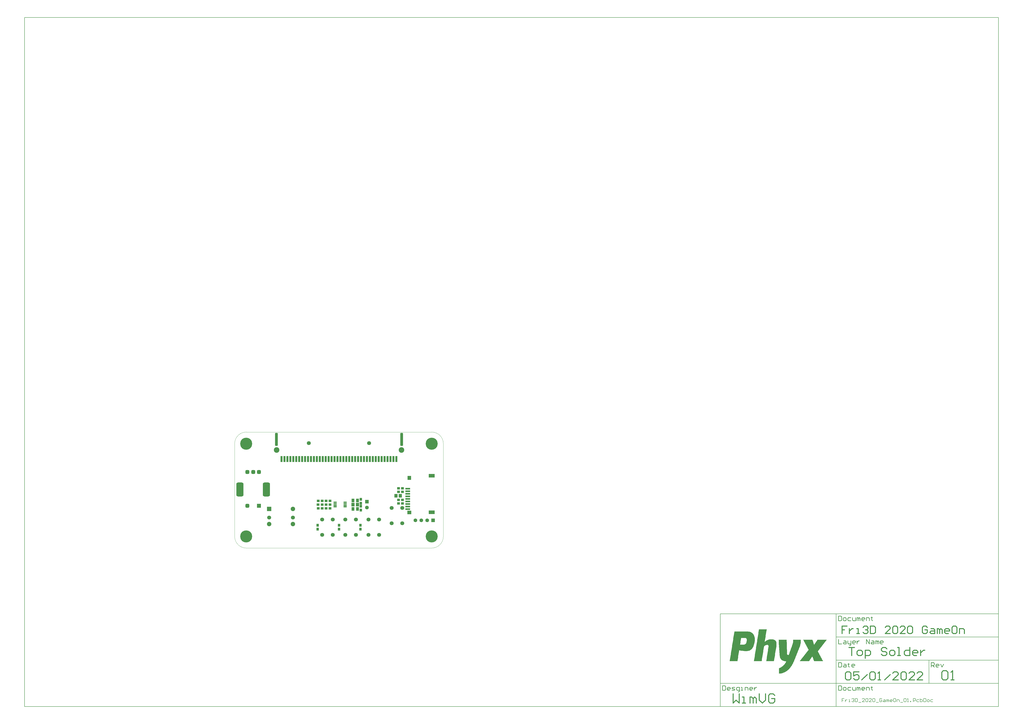
<source format=gts>
G04*
G04 #@! TF.GenerationSoftware,Altium Limited,Altium Designer,22.0.2 (36)*
G04*
G04 Layer_Color=8388736*
%FSLAX25Y25*%
%MOIN*%
G70*
G04*
G04 #@! TF.SameCoordinates,97D47E50-BCFC-400F-BBD2-71598373C37A*
G04*
G04*
G04 #@! TF.FilePolarity,Negative*
G04*
G01*
G75*
%ADD12C,0.00787*%
%ADD14C,0.01575*%
%ADD15C,0.00394*%
%ADD16C,0.00984*%
%ADD21R,0.05512X0.06299*%
%ADD26R,0.04724X0.04331*%
%ADD27R,0.04331X0.04724*%
%ADD28R,0.03543X0.10236*%
%ADD29R,0.08268X0.03150*%
%ADD30R,0.05906X0.06693*%
%ADD31R,0.06693X0.05906*%
%ADD32R,0.09843X0.05906*%
%ADD33R,0.05709X0.01968*%
%ADD34R,0.05118X0.06299*%
%ADD35C,0.06299*%
%ADD36R,0.06299X0.06299*%
G04:AMPARAMS|DCode=37|XSize=47.24mil|YSize=220.47mil|CornerRadius=12.8mil|HoleSize=0mil|Usage=FLASHONLY|Rotation=0.000|XOffset=0mil|YOffset=0mil|HoleType=Round|Shape=RoundedRectangle|*
%AMROUNDEDRECTD37*
21,1,0.04724,0.19488,0,0,0.0*
21,1,0.02165,0.22047,0,0,0.0*
1,1,0.02559,0.01083,-0.09744*
1,1,0.02559,-0.01083,-0.09744*
1,1,0.02559,-0.01083,0.09744*
1,1,0.02559,0.01083,0.09744*
%
%ADD37ROUNDEDRECTD37*%
%ADD38C,0.06693*%
%ADD39C,0.09449*%
G04:AMPARAMS|DCode=40|XSize=122.05mil|YSize=240.16mil|CornerRadius=31.5mil|HoleSize=0mil|Usage=FLASHONLY|Rotation=0.000|XOffset=0mil|YOffset=0mil|HoleType=Round|Shape=RoundedRectangle|*
%AMROUNDEDRECTD40*
21,1,0.12205,0.17717,0,0,0.0*
21,1,0.05906,0.24016,0,0,0.0*
1,1,0.06299,0.02953,-0.08858*
1,1,0.06299,-0.02953,-0.08858*
1,1,0.06299,-0.02953,0.08858*
1,1,0.06299,0.02953,0.08858*
%
%ADD40ROUNDEDRECTD40*%
G04:AMPARAMS|DCode=41|XSize=66.93mil|YSize=66.93mil|CornerRadius=17.72mil|HoleSize=0mil|Usage=FLASHONLY|Rotation=0.000|XOffset=0mil|YOffset=0mil|HoleType=Round|Shape=RoundedRectangle|*
%AMROUNDEDRECTD41*
21,1,0.06693,0.03150,0,0,0.0*
21,1,0.03150,0.06693,0,0,0.0*
1,1,0.03543,0.01575,-0.01575*
1,1,0.03543,-0.01575,-0.01575*
1,1,0.03543,-0.01575,0.01575*
1,1,0.03543,0.01575,0.01575*
%
%ADD41ROUNDEDRECTD41*%
%ADD42R,0.06693X0.06693*%
%ADD43C,0.00394*%
%ADD44R,0.06299X0.06299*%
%ADD45C,0.20473*%
%ADD46C,0.07480*%
%ADD47R,0.07480X0.07480*%
G36*
X872201Y-141778D02*
X873919D01*
Y-142065D01*
X874778D01*
Y-142351D01*
X875637D01*
Y-142637D01*
X876496D01*
Y-142924D01*
X877069D01*
Y-143210D01*
X877355D01*
Y-143496D01*
X877928D01*
Y-143783D01*
X878214D01*
Y-144069D01*
X878786D01*
Y-144355D01*
X879073D01*
Y-144641D01*
X879359D01*
Y-144928D01*
X879646D01*
Y-145214D01*
X879932D01*
Y-145501D01*
X880218D01*
Y-145787D01*
X880504D01*
Y-146073D01*
Y-146359D01*
X880791D01*
Y-146646D01*
X881077D01*
Y-146932D01*
Y-147218D01*
X881363D01*
Y-147505D01*
X881650D01*
Y-147791D01*
Y-148077D01*
X881936D01*
Y-148364D01*
Y-148650D01*
Y-148936D01*
X882222D01*
Y-149223D01*
Y-149509D01*
Y-149795D01*
X882509D01*
Y-150082D01*
Y-150368D01*
Y-150654D01*
Y-150940D01*
X882795D01*
Y-151227D01*
Y-151513D01*
Y-151799D01*
Y-152086D01*
Y-152372D01*
X883081D01*
Y-152658D01*
Y-152945D01*
Y-153231D01*
Y-153517D01*
Y-153804D01*
Y-154090D01*
Y-154376D01*
Y-154663D01*
Y-154949D01*
Y-155235D01*
Y-155521D01*
Y-155808D01*
Y-156094D01*
Y-156380D01*
Y-156667D01*
Y-156953D01*
Y-157239D01*
Y-157526D01*
Y-157812D01*
Y-158098D01*
X882795D01*
Y-158385D01*
Y-158671D01*
Y-158957D01*
Y-159244D01*
Y-159530D01*
Y-159816D01*
Y-160102D01*
X882509D01*
Y-160389D01*
Y-160675D01*
Y-160961D01*
Y-161248D01*
Y-161534D01*
X882222D01*
Y-161820D01*
Y-162107D01*
Y-162393D01*
Y-162679D01*
Y-162966D01*
X881936D01*
Y-163252D01*
Y-163538D01*
Y-163824D01*
X881650D01*
Y-164111D01*
Y-164397D01*
Y-164683D01*
Y-164970D01*
X881363D01*
Y-165256D01*
Y-165542D01*
Y-165829D01*
X881077D01*
Y-166115D01*
Y-166401D01*
X880791D01*
Y-166688D01*
Y-166974D01*
Y-167260D01*
X880504D01*
Y-167547D01*
Y-167833D01*
X880218D01*
Y-168119D01*
Y-168405D01*
X879932D01*
Y-168692D01*
Y-168978D01*
X879646D01*
Y-169264D01*
X879359D01*
Y-169551D01*
Y-169837D01*
X879073D01*
Y-170123D01*
X878786D01*
Y-170410D01*
X878500D01*
Y-170696D01*
Y-170982D01*
X878214D01*
Y-171269D01*
X877928D01*
Y-171555D01*
X877641D01*
Y-171841D01*
X877355D01*
Y-172127D01*
X877069D01*
Y-172414D01*
X876496D01*
Y-172700D01*
X876210D01*
Y-172986D01*
X875637D01*
Y-173273D01*
X875351D01*
Y-173559D01*
X874778D01*
Y-173845D01*
X873919D01*
Y-174132D01*
X873060D01*
Y-174418D01*
X872201D01*
Y-174704D01*
X870483D01*
Y-174991D01*
X865330D01*
Y-174704D01*
X862753D01*
Y-174418D01*
X860749D01*
Y-174132D01*
X859317D01*
Y-173845D01*
X857886D01*
Y-173559D01*
X856454D01*
Y-173845D01*
Y-174132D01*
Y-174418D01*
Y-174704D01*
Y-174991D01*
Y-175277D01*
Y-175563D01*
X856168D01*
Y-175850D01*
Y-176136D01*
Y-176422D01*
Y-176709D01*
Y-176995D01*
Y-177281D01*
X855882D01*
Y-177568D01*
Y-177854D01*
Y-178140D01*
Y-178426D01*
Y-178713D01*
Y-178999D01*
X855595D01*
Y-179285D01*
Y-179572D01*
Y-179858D01*
Y-180144D01*
Y-180431D01*
Y-180717D01*
Y-181003D01*
X855309D01*
Y-181290D01*
Y-181576D01*
Y-181862D01*
Y-182149D01*
Y-182435D01*
Y-182721D01*
X855023D01*
Y-183007D01*
Y-183294D01*
Y-183580D01*
Y-183866D01*
Y-184153D01*
Y-184439D01*
X854736D01*
Y-184725D01*
Y-185012D01*
Y-185298D01*
Y-185584D01*
Y-185871D01*
Y-186157D01*
Y-186443D01*
X854450D01*
Y-186730D01*
Y-187016D01*
Y-187302D01*
Y-187588D01*
Y-187875D01*
Y-188161D01*
X854164D01*
Y-188447D01*
Y-188734D01*
Y-189020D01*
Y-189306D01*
Y-189593D01*
Y-189879D01*
X853877D01*
Y-190165D01*
Y-190452D01*
Y-190738D01*
Y-191024D01*
Y-191311D01*
Y-191597D01*
Y-191883D01*
X840421D01*
Y-191597D01*
X840707D01*
Y-191311D01*
Y-191024D01*
Y-190738D01*
Y-190452D01*
Y-190165D01*
X840993D01*
Y-189879D01*
Y-189593D01*
Y-189306D01*
Y-189020D01*
Y-188734D01*
Y-188447D01*
Y-188161D01*
X841280D01*
Y-187875D01*
Y-187588D01*
Y-187302D01*
Y-187016D01*
Y-186730D01*
Y-186443D01*
X841566D01*
Y-186157D01*
Y-185871D01*
Y-185584D01*
Y-185298D01*
Y-185012D01*
Y-184725D01*
X841852D01*
Y-184439D01*
Y-184153D01*
Y-183866D01*
Y-183580D01*
Y-183294D01*
Y-183007D01*
Y-182721D01*
X842138D01*
Y-182435D01*
Y-182149D01*
Y-181862D01*
Y-181576D01*
Y-181290D01*
Y-181003D01*
X842425D01*
Y-180717D01*
Y-180431D01*
Y-180144D01*
Y-179858D01*
Y-179572D01*
Y-179285D01*
X842711D01*
Y-178999D01*
Y-178713D01*
Y-178426D01*
Y-178140D01*
Y-177854D01*
Y-177568D01*
X842997D01*
Y-177281D01*
Y-176995D01*
Y-176709D01*
Y-176422D01*
Y-176136D01*
Y-175850D01*
Y-175563D01*
X843284D01*
Y-175277D01*
Y-174991D01*
Y-174704D01*
Y-174418D01*
Y-174132D01*
Y-173845D01*
X843570D01*
Y-173559D01*
Y-173273D01*
Y-172986D01*
Y-172700D01*
Y-172414D01*
Y-172127D01*
X843856D01*
Y-171841D01*
Y-171555D01*
Y-171269D01*
Y-170982D01*
Y-170696D01*
Y-170410D01*
X844143D01*
Y-170123D01*
Y-169837D01*
Y-169551D01*
Y-169264D01*
Y-168978D01*
Y-168692D01*
Y-168405D01*
X844429D01*
Y-168119D01*
Y-167833D01*
Y-167547D01*
Y-167260D01*
Y-166974D01*
Y-166688D01*
X844715D01*
Y-166401D01*
Y-166115D01*
Y-165829D01*
Y-165542D01*
Y-165256D01*
Y-164970D01*
X845002D01*
Y-164683D01*
Y-164397D01*
Y-164111D01*
Y-163824D01*
Y-163538D01*
Y-163252D01*
Y-162966D01*
X845288D01*
Y-162679D01*
Y-162393D01*
Y-162107D01*
Y-161820D01*
Y-161534D01*
Y-161248D01*
X845574D01*
Y-160961D01*
Y-160675D01*
Y-160389D01*
Y-160102D01*
Y-159816D01*
Y-159530D01*
X845861D01*
Y-159244D01*
Y-158957D01*
Y-158671D01*
Y-158385D01*
Y-158098D01*
Y-157812D01*
X846147D01*
Y-157526D01*
Y-157239D01*
Y-156953D01*
Y-156667D01*
Y-156380D01*
Y-156094D01*
Y-155808D01*
X846433D01*
Y-155521D01*
Y-155235D01*
Y-154949D01*
Y-154663D01*
Y-154376D01*
Y-154090D01*
X846719D01*
Y-153804D01*
Y-153517D01*
Y-153231D01*
Y-152945D01*
Y-152658D01*
Y-152372D01*
X847006D01*
Y-152086D01*
Y-151799D01*
Y-151513D01*
Y-151227D01*
Y-150940D01*
Y-150654D01*
Y-150368D01*
X847292D01*
Y-150082D01*
Y-149795D01*
Y-149509D01*
Y-149223D01*
Y-148936D01*
Y-148650D01*
X847578D01*
Y-148364D01*
Y-148077D01*
Y-147791D01*
Y-147505D01*
Y-147218D01*
Y-146932D01*
X847865D01*
Y-146646D01*
Y-146359D01*
Y-146073D01*
Y-145787D01*
Y-145501D01*
Y-145214D01*
Y-144928D01*
X848151D01*
Y-144641D01*
Y-144355D01*
Y-144069D01*
Y-143783D01*
Y-143496D01*
Y-143210D01*
X848437D01*
Y-142924D01*
Y-142637D01*
Y-142351D01*
Y-142065D01*
Y-141778D01*
Y-141492D01*
X872201D01*
Y-141778D01*
D02*
G37*
G36*
X903409Y-138343D02*
Y-138629D01*
X903123D01*
Y-138915D01*
Y-139202D01*
Y-139488D01*
Y-139774D01*
Y-140060D01*
Y-140347D01*
X902837D01*
Y-140633D01*
Y-140919D01*
Y-141206D01*
Y-141492D01*
Y-141778D01*
Y-142065D01*
X902551D01*
Y-142351D01*
Y-142637D01*
Y-142924D01*
Y-143210D01*
Y-143496D01*
Y-143783D01*
Y-144069D01*
X902264D01*
Y-144355D01*
Y-144641D01*
Y-144928D01*
Y-145214D01*
Y-145501D01*
Y-145787D01*
X901978D01*
Y-146073D01*
Y-146359D01*
Y-146646D01*
Y-146932D01*
Y-147218D01*
Y-147505D01*
X901692D01*
Y-147791D01*
Y-148077D01*
Y-148364D01*
Y-148650D01*
Y-148936D01*
Y-149223D01*
Y-149509D01*
X901405D01*
Y-149795D01*
Y-150082D01*
Y-150368D01*
Y-150654D01*
Y-150940D01*
Y-151227D01*
X901119D01*
Y-151513D01*
Y-151799D01*
Y-152086D01*
Y-152372D01*
Y-152658D01*
Y-152945D01*
X900833D01*
Y-153231D01*
Y-153517D01*
Y-153804D01*
Y-154090D01*
Y-154376D01*
Y-154663D01*
X900546D01*
Y-154949D01*
Y-155235D01*
Y-155521D01*
Y-155808D01*
Y-156094D01*
Y-156380D01*
Y-156667D01*
X900260D01*
Y-156953D01*
Y-157239D01*
Y-157526D01*
Y-157812D01*
Y-158098D01*
Y-158385D01*
X899974D01*
Y-158671D01*
Y-158957D01*
X900546D01*
Y-158671D01*
X900833D01*
Y-158385D01*
X901119D01*
Y-158098D01*
X901692D01*
Y-157812D01*
X901978D01*
Y-157526D01*
X902264D01*
Y-157239D01*
X902837D01*
Y-156953D01*
X903409D01*
Y-156667D01*
X903696D01*
Y-156380D01*
X904268D01*
Y-156094D01*
X905127D01*
Y-155808D01*
X905700D01*
Y-155521D01*
X906559D01*
Y-155235D01*
X907990D01*
Y-154949D01*
X914289D01*
Y-155235D01*
X915435D01*
Y-155521D01*
X916294D01*
Y-155808D01*
X916866D01*
Y-156094D01*
X917153D01*
Y-156380D01*
X917725D01*
Y-156667D01*
X918011D01*
Y-156953D01*
X918298D01*
Y-157239D01*
X918584D01*
Y-157526D01*
X918870D01*
Y-157812D01*
Y-158098D01*
X919157D01*
Y-158385D01*
Y-158671D01*
X919443D01*
Y-158957D01*
Y-159244D01*
Y-159530D01*
X919729D01*
Y-159816D01*
Y-160102D01*
Y-160389D01*
Y-160675D01*
X920016D01*
Y-160961D01*
Y-161248D01*
Y-161534D01*
Y-161820D01*
Y-162107D01*
Y-162393D01*
Y-162679D01*
Y-162966D01*
Y-163252D01*
Y-163538D01*
Y-163824D01*
Y-164111D01*
Y-164397D01*
Y-164683D01*
Y-164970D01*
Y-165256D01*
Y-165542D01*
Y-165829D01*
X919729D01*
Y-166115D01*
Y-166401D01*
Y-166688D01*
Y-166974D01*
Y-167260D01*
Y-167547D01*
Y-167833D01*
X919443D01*
Y-168119D01*
Y-168405D01*
Y-168692D01*
Y-168978D01*
Y-169264D01*
Y-169551D01*
Y-169837D01*
X919157D01*
Y-170123D01*
Y-170410D01*
Y-170696D01*
Y-170982D01*
Y-171269D01*
Y-171555D01*
X918870D01*
Y-171841D01*
Y-172127D01*
Y-172414D01*
Y-172700D01*
Y-172986D01*
Y-173273D01*
X918584D01*
Y-173559D01*
Y-173845D01*
Y-174132D01*
Y-174418D01*
Y-174704D01*
Y-174991D01*
X918298D01*
Y-175277D01*
Y-175563D01*
Y-175850D01*
Y-176136D01*
Y-176422D01*
Y-176709D01*
Y-176995D01*
X918011D01*
Y-177281D01*
Y-177568D01*
Y-177854D01*
Y-178140D01*
Y-178426D01*
Y-178713D01*
X917725D01*
Y-178999D01*
Y-179285D01*
Y-179572D01*
Y-179858D01*
Y-180144D01*
Y-180431D01*
X917439D01*
Y-180717D01*
Y-181003D01*
Y-181290D01*
Y-181576D01*
Y-181862D01*
Y-182149D01*
Y-182435D01*
X917153D01*
Y-182721D01*
Y-183007D01*
Y-183294D01*
Y-183580D01*
Y-183866D01*
Y-184153D01*
X916866D01*
Y-184439D01*
Y-184725D01*
Y-185012D01*
Y-185298D01*
Y-185584D01*
Y-185871D01*
X916580D01*
Y-186157D01*
Y-186443D01*
Y-186730D01*
Y-187016D01*
Y-187302D01*
Y-187588D01*
X916294D01*
Y-187875D01*
Y-188161D01*
Y-188447D01*
Y-188734D01*
Y-189020D01*
Y-189306D01*
Y-189593D01*
X916007D01*
Y-189879D01*
Y-190165D01*
Y-190452D01*
Y-190738D01*
Y-191024D01*
Y-191311D01*
X915721D01*
Y-191597D01*
Y-191883D01*
X902551D01*
Y-191597D01*
Y-191311D01*
X902837D01*
Y-191024D01*
Y-190738D01*
Y-190452D01*
Y-190165D01*
Y-189879D01*
Y-189593D01*
X903123D01*
Y-189306D01*
Y-189020D01*
Y-188734D01*
Y-188447D01*
Y-188161D01*
Y-187875D01*
Y-187588D01*
X903409D01*
Y-187302D01*
Y-187016D01*
Y-186730D01*
Y-186443D01*
Y-186157D01*
Y-185871D01*
X903696D01*
Y-185584D01*
Y-185298D01*
Y-185012D01*
Y-184725D01*
Y-184439D01*
Y-184153D01*
X903982D01*
Y-183866D01*
Y-183580D01*
Y-183294D01*
Y-183007D01*
Y-182721D01*
Y-182435D01*
Y-182149D01*
X904268D01*
Y-181862D01*
Y-181576D01*
Y-181290D01*
Y-181003D01*
Y-180717D01*
Y-180431D01*
X904555D01*
Y-180144D01*
Y-179858D01*
Y-179572D01*
Y-179285D01*
Y-178999D01*
Y-178713D01*
Y-178426D01*
X904841D01*
Y-178140D01*
Y-177854D01*
Y-177568D01*
Y-177281D01*
Y-176995D01*
Y-176709D01*
X905127D01*
Y-176422D01*
Y-176136D01*
Y-175850D01*
Y-175563D01*
Y-175277D01*
Y-174991D01*
X905414D01*
Y-174704D01*
Y-174418D01*
Y-174132D01*
Y-173845D01*
Y-173559D01*
Y-173273D01*
X905700D01*
Y-172986D01*
Y-172700D01*
Y-172414D01*
Y-172127D01*
Y-171841D01*
Y-171555D01*
Y-171269D01*
X905986D01*
Y-170982D01*
Y-170696D01*
Y-170410D01*
Y-170123D01*
Y-169837D01*
Y-169551D01*
X906273D01*
Y-169264D01*
Y-168978D01*
Y-168692D01*
Y-168405D01*
Y-168119D01*
Y-167833D01*
Y-167547D01*
X906559D01*
Y-167260D01*
Y-166974D01*
Y-166688D01*
Y-166401D01*
Y-166115D01*
Y-165829D01*
X906273D01*
Y-165542D01*
Y-165256D01*
X905986D01*
Y-164970D01*
X905700D01*
Y-164683D01*
X905127D01*
Y-164397D01*
X903409D01*
Y-164683D01*
X901978D01*
Y-164970D01*
X901119D01*
Y-165256D01*
X900546D01*
Y-165542D01*
X900260D01*
Y-165829D01*
X899687D01*
Y-166115D01*
X899401D01*
Y-166401D01*
X899115D01*
Y-166688D01*
Y-166974D01*
X898828D01*
Y-167260D01*
Y-167547D01*
Y-167833D01*
X898542D01*
Y-168119D01*
Y-168405D01*
Y-168692D01*
Y-168978D01*
Y-169264D01*
Y-169551D01*
X898256D01*
Y-169837D01*
Y-170123D01*
Y-170410D01*
Y-170696D01*
Y-170982D01*
Y-171269D01*
Y-171555D01*
X897970D01*
Y-171841D01*
Y-172127D01*
Y-172414D01*
Y-172700D01*
Y-172986D01*
Y-173273D01*
X897683D01*
Y-173559D01*
Y-173845D01*
Y-174132D01*
Y-174418D01*
Y-174704D01*
Y-174991D01*
X897397D01*
Y-175277D01*
Y-175563D01*
Y-175850D01*
Y-176136D01*
Y-176422D01*
Y-176709D01*
X897111D01*
Y-176995D01*
Y-177281D01*
Y-177568D01*
Y-177854D01*
Y-178140D01*
Y-178426D01*
Y-178713D01*
X896824D01*
Y-178999D01*
Y-179285D01*
Y-179572D01*
Y-179858D01*
Y-180144D01*
Y-180431D01*
X896538D01*
Y-180717D01*
Y-181003D01*
Y-181290D01*
Y-181576D01*
Y-181862D01*
Y-182149D01*
X896252D01*
Y-182435D01*
Y-182721D01*
Y-183007D01*
Y-183294D01*
Y-183580D01*
Y-183866D01*
Y-184153D01*
X895965D01*
Y-184439D01*
Y-184725D01*
Y-185012D01*
Y-185298D01*
Y-185584D01*
Y-185871D01*
X895679D01*
Y-186157D01*
Y-186443D01*
Y-186730D01*
Y-187016D01*
Y-187302D01*
Y-187588D01*
X895393D01*
Y-187875D01*
Y-188161D01*
Y-188447D01*
Y-188734D01*
Y-189020D01*
Y-189306D01*
X895106D01*
Y-189593D01*
Y-189879D01*
Y-190165D01*
Y-190452D01*
Y-190738D01*
Y-191024D01*
Y-191311D01*
X894820D01*
Y-191597D01*
Y-191883D01*
X881650D01*
Y-191597D01*
Y-191311D01*
X881936D01*
Y-191024D01*
Y-190738D01*
Y-190452D01*
Y-190165D01*
Y-189879D01*
Y-189593D01*
Y-189306D01*
X882222D01*
Y-189020D01*
Y-188734D01*
Y-188447D01*
Y-188161D01*
Y-187875D01*
Y-187588D01*
X882509D01*
Y-187302D01*
Y-187016D01*
Y-186730D01*
Y-186443D01*
Y-186157D01*
Y-185871D01*
X882795D01*
Y-185584D01*
Y-185298D01*
Y-185012D01*
Y-184725D01*
Y-184439D01*
Y-184153D01*
Y-183866D01*
X883081D01*
Y-183580D01*
Y-183294D01*
Y-183007D01*
Y-182721D01*
Y-182435D01*
Y-182149D01*
X883368D01*
Y-181862D01*
Y-181576D01*
Y-181290D01*
Y-181003D01*
Y-180717D01*
Y-180431D01*
X883654D01*
Y-180144D01*
Y-179858D01*
Y-179572D01*
Y-179285D01*
Y-178999D01*
Y-178713D01*
X883940D01*
Y-178426D01*
Y-178140D01*
Y-177854D01*
Y-177568D01*
Y-177281D01*
Y-176995D01*
Y-176709D01*
X884227D01*
Y-176422D01*
Y-176136D01*
Y-175850D01*
Y-175563D01*
Y-175277D01*
Y-174991D01*
X884513D01*
Y-174704D01*
Y-174418D01*
Y-174132D01*
Y-173845D01*
Y-173559D01*
Y-173273D01*
X884799D01*
Y-172986D01*
Y-172700D01*
Y-172414D01*
Y-172127D01*
Y-171841D01*
Y-171555D01*
Y-171269D01*
X885085D01*
Y-170982D01*
Y-170696D01*
Y-170410D01*
Y-170123D01*
Y-169837D01*
Y-169551D01*
X885372D01*
Y-169264D01*
Y-168978D01*
Y-168692D01*
Y-168405D01*
Y-168119D01*
Y-167833D01*
X885658D01*
Y-167547D01*
Y-167260D01*
Y-166974D01*
Y-166688D01*
Y-166401D01*
Y-166115D01*
X885944D01*
Y-165829D01*
Y-165542D01*
Y-165256D01*
Y-164970D01*
Y-164683D01*
Y-164397D01*
Y-164111D01*
X886231D01*
Y-163824D01*
Y-163538D01*
Y-163252D01*
Y-162966D01*
Y-162679D01*
Y-162393D01*
X886517D01*
Y-162107D01*
Y-161820D01*
Y-161534D01*
Y-161248D01*
Y-160961D01*
Y-160675D01*
X886803D01*
Y-160389D01*
Y-160102D01*
Y-159816D01*
Y-159530D01*
Y-159244D01*
Y-158957D01*
X887090D01*
Y-158671D01*
Y-158385D01*
Y-158098D01*
Y-157812D01*
Y-157526D01*
Y-157239D01*
Y-156953D01*
X887376D01*
Y-156667D01*
Y-156380D01*
Y-156094D01*
Y-155808D01*
Y-155521D01*
Y-155235D01*
X887662D01*
Y-154949D01*
Y-154663D01*
Y-154376D01*
Y-154090D01*
Y-153804D01*
Y-153517D01*
X887949D01*
Y-153231D01*
Y-152945D01*
Y-152658D01*
Y-152372D01*
Y-152086D01*
Y-151799D01*
Y-151513D01*
X888235D01*
Y-151227D01*
Y-150940D01*
Y-150654D01*
Y-150368D01*
Y-150082D01*
Y-149795D01*
X888521D01*
Y-149509D01*
Y-149223D01*
Y-148936D01*
Y-148650D01*
Y-148364D01*
Y-148077D01*
X888807D01*
Y-147791D01*
Y-147505D01*
Y-147218D01*
Y-146932D01*
Y-146646D01*
Y-146359D01*
X889094D01*
Y-146073D01*
Y-145787D01*
Y-145501D01*
Y-145214D01*
Y-144928D01*
Y-144641D01*
Y-144355D01*
X889380D01*
Y-144069D01*
Y-143783D01*
Y-143496D01*
Y-143210D01*
Y-142924D01*
Y-142637D01*
X889666D01*
Y-142351D01*
Y-142065D01*
Y-141778D01*
Y-141492D01*
Y-141206D01*
Y-140919D01*
X889953D01*
Y-140633D01*
Y-140347D01*
Y-140060D01*
Y-139774D01*
Y-139488D01*
Y-139202D01*
Y-138915D01*
X890239D01*
Y-138629D01*
Y-138343D01*
Y-138056D01*
X903409D01*
Y-138343D01*
D02*
G37*
G36*
X1005337Y-155808D02*
X1005050D01*
Y-156094D01*
X1004764D01*
Y-156380D01*
Y-156667D01*
X1004478D01*
Y-156953D01*
X1004192D01*
Y-157239D01*
X1003905D01*
Y-157526D01*
Y-157812D01*
X1003619D01*
Y-158098D01*
X1003333D01*
Y-158385D01*
X1003046D01*
Y-158671D01*
X1002760D01*
Y-158957D01*
Y-159244D01*
X1002474D01*
Y-159530D01*
X1002187D01*
Y-159816D01*
X1001901D01*
Y-160102D01*
Y-160389D01*
X1001615D01*
Y-160675D01*
X1001328D01*
Y-160961D01*
X1001042D01*
Y-161248D01*
X1000756D01*
Y-161534D01*
Y-161820D01*
X1000469D01*
Y-162107D01*
X1000183D01*
Y-162393D01*
X999897D01*
Y-162679D01*
Y-162966D01*
X999611D01*
Y-163252D01*
X999324D01*
Y-163538D01*
X999038D01*
Y-163824D01*
Y-164111D01*
X998752D01*
Y-164397D01*
X998465D01*
Y-164683D01*
X998179D01*
Y-164970D01*
X997893D01*
Y-165256D01*
Y-165542D01*
X997606D01*
Y-165829D01*
X997320D01*
Y-166115D01*
X997034D01*
Y-166401D01*
Y-166688D01*
X996747D01*
Y-166974D01*
X996461D01*
Y-167260D01*
X996175D01*
Y-167547D01*
Y-167833D01*
X995889D01*
Y-168119D01*
X995602D01*
Y-168405D01*
X995316D01*
Y-168692D01*
X995030D01*
Y-168978D01*
Y-169264D01*
X994743D01*
Y-169551D01*
X994457D01*
Y-169837D01*
X994171D01*
Y-170123D01*
Y-170410D01*
X993884D01*
Y-170696D01*
X993598D01*
Y-170982D01*
X993312D01*
Y-171269D01*
Y-171555D01*
X993025D01*
Y-171841D01*
X992739D01*
Y-172127D01*
X992453D01*
Y-172414D01*
X992166D01*
Y-172700D01*
Y-172986D01*
X991880D01*
Y-173273D01*
X991594D01*
Y-173559D01*
X991308D01*
Y-173845D01*
Y-174132D01*
X991021D01*
Y-174418D01*
X990735D01*
Y-174704D01*
X990449D01*
Y-174991D01*
X990162D01*
Y-175277D01*
Y-175563D01*
X990449D01*
Y-175850D01*
Y-176136D01*
X990735D01*
Y-176422D01*
Y-176709D01*
X991021D01*
Y-176995D01*
X991308D01*
Y-177281D01*
Y-177568D01*
X991594D01*
Y-177854D01*
Y-178140D01*
X991880D01*
Y-178426D01*
Y-178713D01*
X992166D01*
Y-178999D01*
Y-179285D01*
X992453D01*
Y-179572D01*
Y-179858D01*
X992739D01*
Y-180144D01*
Y-180431D01*
X993025D01*
Y-180717D01*
Y-181003D01*
X993312D01*
Y-181290D01*
Y-181576D01*
X993598D01*
Y-181862D01*
X993884D01*
Y-182149D01*
Y-182435D01*
X994171D01*
Y-182721D01*
Y-183007D01*
X994457D01*
Y-183294D01*
Y-183580D01*
X994743D01*
Y-183866D01*
Y-184153D01*
X995030D01*
Y-184439D01*
Y-184725D01*
X995316D01*
Y-185012D01*
Y-185298D01*
X995602D01*
Y-185584D01*
Y-185871D01*
X995889D01*
Y-186157D01*
X996175D01*
Y-186443D01*
Y-186730D01*
X996461D01*
Y-187016D01*
Y-187302D01*
X996747D01*
Y-187588D01*
Y-187875D01*
X997034D01*
Y-188161D01*
Y-188447D01*
X997320D01*
Y-188734D01*
Y-189020D01*
X997606D01*
Y-189306D01*
Y-189593D01*
X997893D01*
Y-189879D01*
Y-190165D01*
X998179D01*
Y-190452D01*
X998465D01*
Y-190738D01*
Y-191024D01*
X998752D01*
Y-191311D01*
Y-191597D01*
X999038D01*
Y-191883D01*
X983863D01*
Y-191597D01*
X983577D01*
Y-191311D01*
Y-191024D01*
Y-190738D01*
X983291D01*
Y-190452D01*
Y-190165D01*
Y-189879D01*
X983004D01*
Y-189593D01*
Y-189306D01*
X982718D01*
Y-189020D01*
Y-188734D01*
Y-188447D01*
X982432D01*
Y-188161D01*
Y-187875D01*
Y-187588D01*
X982146D01*
Y-187302D01*
Y-187016D01*
X981859D01*
Y-186730D01*
Y-186443D01*
Y-186157D01*
X981573D01*
Y-185871D01*
Y-185584D01*
Y-185298D01*
X981287D01*
Y-185012D01*
Y-184725D01*
Y-184439D01*
X981000D01*
Y-184153D01*
X980428D01*
Y-184439D01*
Y-184725D01*
X980141D01*
Y-185012D01*
X979855D01*
Y-185298D01*
Y-185584D01*
X979569D01*
Y-185871D01*
X979282D01*
Y-186157D01*
Y-186443D01*
X978996D01*
Y-186730D01*
X978710D01*
Y-187016D01*
Y-187302D01*
X978423D01*
Y-187588D01*
X978137D01*
Y-187875D01*
X977851D01*
Y-188161D01*
Y-188447D01*
X977565D01*
Y-188734D01*
X977278D01*
Y-189020D01*
Y-189306D01*
X976992D01*
Y-189593D01*
X976705D01*
Y-189879D01*
Y-190165D01*
X976419D01*
Y-190452D01*
X976133D01*
Y-190738D01*
Y-191024D01*
X975847D01*
Y-191311D01*
X975560D01*
Y-191597D01*
Y-191883D01*
X959527D01*
Y-191597D01*
X959813D01*
Y-191311D01*
X960099D01*
Y-191024D01*
X960386D01*
Y-190738D01*
X960672D01*
Y-190452D01*
Y-190165D01*
X960958D01*
Y-189879D01*
X961245D01*
Y-189593D01*
X961531D01*
Y-189306D01*
X961817D01*
Y-189020D01*
Y-188734D01*
X962104D01*
Y-188447D01*
X962390D01*
Y-188161D01*
X962676D01*
Y-187875D01*
Y-187588D01*
X962963D01*
Y-187302D01*
X963249D01*
Y-187016D01*
X963535D01*
Y-186730D01*
X963822D01*
Y-186443D01*
Y-186157D01*
X964108D01*
Y-185871D01*
X964394D01*
Y-185584D01*
X964680D01*
Y-185298D01*
X964967D01*
Y-185012D01*
Y-184725D01*
X965253D01*
Y-184439D01*
X965539D01*
Y-184153D01*
X965826D01*
Y-183866D01*
Y-183580D01*
X966112D01*
Y-183294D01*
X966398D01*
Y-183007D01*
X966685D01*
Y-182721D01*
X966971D01*
Y-182435D01*
Y-182149D01*
X967257D01*
Y-181862D01*
X967544D01*
Y-181576D01*
X967830D01*
Y-181290D01*
Y-181003D01*
X968116D01*
Y-180717D01*
X968402D01*
Y-180431D01*
X968689D01*
Y-180144D01*
X968975D01*
Y-179858D01*
Y-179572D01*
X969261D01*
Y-179285D01*
X969548D01*
Y-178999D01*
X969834D01*
Y-178713D01*
Y-178426D01*
X970120D01*
Y-178140D01*
X970407D01*
Y-177854D01*
X970693D01*
Y-177568D01*
X970979D01*
Y-177281D01*
Y-176995D01*
X971266D01*
Y-176709D01*
X971552D01*
Y-176422D01*
X971838D01*
Y-176136D01*
X972124D01*
Y-175850D01*
Y-175563D01*
X972411D01*
Y-175277D01*
X972697D01*
Y-174991D01*
X972983D01*
Y-174704D01*
Y-174418D01*
X973270D01*
Y-174132D01*
X973556D01*
Y-173845D01*
X973842D01*
Y-173559D01*
X974129D01*
Y-173273D01*
Y-172986D01*
X974415D01*
Y-172700D01*
Y-172414D01*
Y-172127D01*
X974129D01*
Y-171841D01*
X973842D01*
Y-171555D01*
Y-171269D01*
X973556D01*
Y-170982D01*
Y-170696D01*
X973270D01*
Y-170410D01*
Y-170123D01*
X972983D01*
Y-169837D01*
Y-169551D01*
X972697D01*
Y-169264D01*
Y-168978D01*
X972411D01*
Y-168692D01*
Y-168405D01*
X972124D01*
Y-168119D01*
X971838D01*
Y-167833D01*
Y-167547D01*
X971552D01*
Y-167260D01*
Y-166974D01*
X971266D01*
Y-166688D01*
Y-166401D01*
X970979D01*
Y-166115D01*
Y-165829D01*
X970693D01*
Y-165542D01*
Y-165256D01*
X970407D01*
Y-164970D01*
Y-164683D01*
X970120D01*
Y-164397D01*
X969834D01*
Y-164111D01*
Y-163824D01*
X969548D01*
Y-163538D01*
Y-163252D01*
X969261D01*
Y-162966D01*
Y-162679D01*
X968975D01*
Y-162393D01*
Y-162107D01*
X968689D01*
Y-161820D01*
Y-161534D01*
X968402D01*
Y-161248D01*
Y-160961D01*
X968116D01*
Y-160675D01*
Y-160389D01*
X967830D01*
Y-160102D01*
X967544D01*
Y-159816D01*
Y-159530D01*
X967257D01*
Y-159244D01*
Y-158957D01*
X966971D01*
Y-158671D01*
Y-158385D01*
X966685D01*
Y-158098D01*
Y-157812D01*
X966398D01*
Y-157526D01*
Y-157239D01*
X966112D01*
Y-156953D01*
Y-156667D01*
X965826D01*
Y-156380D01*
X965539D01*
Y-156094D01*
Y-155808D01*
X965253D01*
Y-155521D01*
X981000D01*
Y-155808D01*
X981287D01*
Y-156094D01*
Y-156380D01*
Y-156667D01*
X981573D01*
Y-156953D01*
Y-157239D01*
Y-157526D01*
X981859D01*
Y-157812D01*
Y-158098D01*
Y-158385D01*
X982146D01*
Y-158671D01*
Y-158957D01*
Y-159244D01*
X982432D01*
Y-159530D01*
Y-159816D01*
Y-160102D01*
X982718D01*
Y-160389D01*
Y-160675D01*
Y-160961D01*
X983004D01*
Y-161248D01*
Y-161534D01*
Y-161820D01*
X983291D01*
Y-162107D01*
Y-162393D01*
Y-162679D01*
X983577D01*
Y-162966D01*
Y-163252D01*
Y-163538D01*
Y-163824D01*
X984150D01*
Y-163538D01*
X984436D01*
Y-163252D01*
X984722D01*
Y-162966D01*
Y-162679D01*
X985009D01*
Y-162393D01*
X985295D01*
Y-162107D01*
Y-161820D01*
X985581D01*
Y-161534D01*
X985868D01*
Y-161248D01*
Y-160961D01*
X986154D01*
Y-160675D01*
X986440D01*
Y-160389D01*
Y-160102D01*
X986726D01*
Y-159816D01*
X987013D01*
Y-159530D01*
Y-159244D01*
X987299D01*
Y-158957D01*
X987585D01*
Y-158671D01*
Y-158385D01*
X987872D01*
Y-158098D01*
X988158D01*
Y-157812D01*
Y-157526D01*
X988444D01*
Y-157239D01*
X988731D01*
Y-156953D01*
Y-156667D01*
X989017D01*
Y-156380D01*
X989303D01*
Y-156094D01*
Y-155808D01*
X989590D01*
Y-155521D01*
X1005337D01*
Y-155808D01*
D02*
G37*
G36*
X961245D02*
Y-156094D01*
Y-156380D01*
Y-156667D01*
Y-156953D01*
Y-157239D01*
Y-157526D01*
Y-157812D01*
Y-158098D01*
Y-158385D01*
Y-158671D01*
Y-158957D01*
Y-159244D01*
Y-159530D01*
Y-159816D01*
Y-160102D01*
Y-160389D01*
Y-160675D01*
Y-160961D01*
Y-161248D01*
Y-161534D01*
X960958D01*
Y-161820D01*
Y-162107D01*
Y-162393D01*
Y-162679D01*
Y-162966D01*
X960672D01*
Y-163252D01*
Y-163538D01*
Y-163824D01*
Y-164111D01*
X960386D01*
Y-164397D01*
Y-164683D01*
Y-164970D01*
Y-165256D01*
X960099D01*
Y-165542D01*
Y-165829D01*
Y-166115D01*
X959813D01*
Y-166401D01*
Y-166688D01*
Y-166974D01*
X959527D01*
Y-167260D01*
Y-167547D01*
Y-167833D01*
X959241D01*
Y-168119D01*
Y-168405D01*
Y-168692D01*
X958954D01*
Y-168978D01*
Y-169264D01*
X958668D01*
Y-169551D01*
Y-169837D01*
X958381D01*
Y-170123D01*
Y-170410D01*
Y-170696D01*
X958095D01*
Y-170982D01*
Y-171269D01*
X957809D01*
Y-171555D01*
Y-171841D01*
Y-172127D01*
X957523D01*
Y-172414D01*
Y-172700D01*
X957236D01*
Y-172986D01*
Y-173273D01*
Y-173559D01*
X956950D01*
Y-173845D01*
Y-174132D01*
X956664D01*
Y-174418D01*
Y-174704D01*
Y-174991D01*
X956377D01*
Y-175277D01*
Y-175563D01*
X956091D01*
Y-175850D01*
Y-176136D01*
Y-176422D01*
X955805D01*
Y-176709D01*
Y-176995D01*
X955518D01*
Y-177281D01*
Y-177568D01*
Y-177854D01*
X955232D01*
Y-178140D01*
Y-178426D01*
X954946D01*
Y-178713D01*
Y-178999D01*
Y-179285D01*
X954659D01*
Y-179572D01*
Y-179858D01*
X954373D01*
Y-180144D01*
Y-180431D01*
Y-180717D01*
X954087D01*
Y-181003D01*
Y-181290D01*
X953800D01*
Y-181576D01*
Y-181862D01*
Y-182149D01*
X953514D01*
Y-182435D01*
Y-182721D01*
X953228D01*
Y-183007D01*
Y-183294D01*
Y-183580D01*
X952942D01*
Y-183866D01*
Y-184153D01*
X952655D01*
Y-184439D01*
Y-184725D01*
Y-185012D01*
X952369D01*
Y-185298D01*
Y-185584D01*
X952083D01*
Y-185871D01*
Y-186157D01*
Y-186443D01*
X951796D01*
Y-186730D01*
Y-187016D01*
X951510D01*
Y-187302D01*
Y-187588D01*
Y-187875D01*
X951224D01*
Y-188161D01*
Y-188447D01*
X950937D01*
Y-188734D01*
Y-189020D01*
Y-189306D01*
X950651D01*
Y-189593D01*
Y-189879D01*
X950365D01*
Y-190165D01*
Y-190452D01*
Y-190738D01*
X950078D01*
Y-191024D01*
Y-191311D01*
X949792D01*
Y-191597D01*
Y-191883D01*
Y-192169D01*
X949506D01*
Y-192456D01*
Y-192742D01*
X949220D01*
Y-193028D01*
Y-193315D01*
X948933D01*
Y-193601D01*
Y-193887D01*
X948647D01*
Y-194174D01*
Y-194460D01*
Y-194746D01*
X948361D01*
Y-195033D01*
X948074D01*
Y-195319D01*
Y-195605D01*
Y-195891D01*
X947788D01*
Y-196178D01*
X947502D01*
Y-196464D01*
Y-196750D01*
X947215D01*
Y-197037D01*
Y-197323D01*
X946929D01*
Y-197609D01*
Y-197896D01*
X946643D01*
Y-198182D01*
Y-198468D01*
X946356D01*
Y-198755D01*
X946070D01*
Y-199041D01*
Y-199327D01*
X945784D01*
Y-199614D01*
Y-199900D01*
X945497D01*
Y-200186D01*
X945211D01*
Y-200472D01*
X944925D01*
Y-200759D01*
Y-201045D01*
X944639D01*
Y-201331D01*
X944352D01*
Y-201618D01*
Y-201904D01*
X944066D01*
Y-202190D01*
X943780D01*
Y-202477D01*
X943493D01*
Y-202763D01*
Y-203049D01*
X943207D01*
Y-203336D01*
X942921D01*
Y-203622D01*
X942634D01*
Y-203908D01*
X942348D01*
Y-204195D01*
X942062D01*
Y-204481D01*
Y-204767D01*
X941775D01*
Y-205053D01*
X941489D01*
Y-205340D01*
X941203D01*
Y-205626D01*
X940916D01*
Y-205912D01*
X940630D01*
Y-206199D01*
X940344D01*
Y-206485D01*
X940057D01*
Y-206771D01*
X939485D01*
Y-207058D01*
X939199D01*
Y-207344D01*
X938912D01*
Y-207630D01*
X938626D01*
Y-207917D01*
X938340D01*
Y-208203D01*
X937767D01*
Y-208489D01*
X937481D01*
Y-208776D01*
X936908D01*
Y-209062D01*
X936622D01*
Y-209348D01*
X936049D01*
Y-209634D01*
X935763D01*
Y-209921D01*
X935190D01*
Y-210207D01*
X934618D01*
Y-210493D01*
X934045D01*
Y-210780D01*
X933472D01*
Y-211066D01*
X932900D01*
Y-211352D01*
X932041D01*
Y-211639D01*
X931468D01*
Y-211925D01*
X930609D01*
Y-212211D01*
X929464D01*
Y-212498D01*
X928319D01*
Y-212784D01*
X926601D01*
Y-213070D01*
X924597D01*
Y-213357D01*
X924310D01*
Y-213070D01*
Y-212784D01*
Y-212498D01*
Y-212211D01*
Y-211925D01*
Y-211639D01*
Y-211352D01*
Y-211066D01*
Y-210780D01*
Y-210493D01*
Y-210207D01*
Y-209921D01*
Y-209634D01*
Y-209348D01*
Y-209062D01*
Y-208776D01*
Y-208489D01*
Y-208203D01*
Y-207917D01*
Y-207630D01*
Y-207344D01*
Y-207058D01*
Y-206771D01*
Y-206485D01*
Y-206199D01*
Y-205912D01*
Y-205626D01*
Y-205340D01*
Y-205053D01*
Y-204767D01*
Y-204481D01*
Y-204195D01*
Y-203908D01*
X924883D01*
Y-203622D01*
X925455D01*
Y-203336D01*
X926028D01*
Y-203049D01*
X926601D01*
Y-202763D01*
X927173D01*
Y-202477D01*
X927746D01*
Y-202190D01*
X928032D01*
Y-201904D01*
X928605D01*
Y-201618D01*
X928891D01*
Y-201331D01*
X929464D01*
Y-201045D01*
X929750D01*
Y-200759D01*
X930037D01*
Y-200472D01*
X930609D01*
Y-200186D01*
X930896D01*
Y-199900D01*
X931182D01*
Y-199614D01*
X931468D01*
Y-199327D01*
X931754D01*
Y-199041D01*
X932041D01*
Y-198755D01*
X932327D01*
Y-198468D01*
X932613D01*
Y-198182D01*
X932900D01*
Y-197896D01*
X933186D01*
Y-197609D01*
X933472D01*
Y-197323D01*
X933759D01*
Y-197037D01*
Y-196750D01*
X934045D01*
Y-196464D01*
X934331D01*
Y-196178D01*
X934618D01*
Y-195891D01*
Y-195605D01*
X934904D01*
Y-195319D01*
X935190D01*
Y-195033D01*
Y-194746D01*
X935476D01*
Y-194460D01*
Y-194174D01*
X935763D01*
Y-193887D01*
X936049D01*
Y-193601D01*
Y-193315D01*
X936335D01*
Y-193028D01*
Y-192742D01*
X936622D01*
Y-192456D01*
Y-192169D01*
X934904D01*
Y-191883D01*
X932900D01*
Y-191597D01*
X931754D01*
Y-191311D01*
X931182D01*
Y-191024D01*
X930323D01*
Y-190738D01*
X929750D01*
Y-190452D01*
X929464D01*
Y-190165D01*
X928891D01*
Y-189879D01*
X928605D01*
Y-189593D01*
X928319D01*
Y-189306D01*
X928032D01*
Y-189020D01*
X927746D01*
Y-188734D01*
X927460D01*
Y-188447D01*
Y-188161D01*
X927173D01*
Y-187875D01*
X926887D01*
Y-187588D01*
Y-187302D01*
X926601D01*
Y-187016D01*
Y-186730D01*
X926315D01*
Y-186443D01*
Y-186157D01*
X926028D01*
Y-185871D01*
Y-185584D01*
Y-185298D01*
X925742D01*
Y-185012D01*
Y-184725D01*
Y-184439D01*
Y-184153D01*
X925455D01*
Y-183866D01*
Y-183580D01*
Y-183294D01*
Y-183007D01*
Y-182721D01*
Y-182435D01*
Y-182149D01*
X925169D01*
Y-181862D01*
Y-181576D01*
Y-181290D01*
Y-181003D01*
Y-180717D01*
Y-180431D01*
Y-180144D01*
Y-179858D01*
Y-179572D01*
Y-179285D01*
Y-178999D01*
Y-178713D01*
Y-178426D01*
Y-178140D01*
Y-177854D01*
X924883D01*
Y-177568D01*
Y-177281D01*
Y-176995D01*
Y-176709D01*
Y-176422D01*
Y-176136D01*
Y-175850D01*
Y-175563D01*
Y-175277D01*
Y-174991D01*
Y-174704D01*
Y-174418D01*
Y-174132D01*
Y-173845D01*
Y-173559D01*
X924597D01*
Y-173273D01*
Y-172986D01*
Y-172700D01*
Y-172414D01*
Y-172127D01*
Y-171841D01*
Y-171555D01*
Y-171269D01*
Y-170982D01*
Y-170696D01*
Y-170410D01*
Y-170123D01*
Y-169837D01*
Y-169551D01*
Y-169264D01*
Y-168978D01*
X924310D01*
Y-168692D01*
Y-168405D01*
Y-168119D01*
Y-167833D01*
Y-167547D01*
Y-167260D01*
Y-166974D01*
Y-166688D01*
Y-166401D01*
Y-166115D01*
Y-165829D01*
Y-165542D01*
Y-165256D01*
Y-164970D01*
Y-164683D01*
Y-164397D01*
X924024D01*
Y-164111D01*
Y-163824D01*
Y-163538D01*
Y-163252D01*
Y-162966D01*
Y-162679D01*
Y-162393D01*
Y-162107D01*
Y-161820D01*
Y-161534D01*
Y-161248D01*
Y-160961D01*
Y-160675D01*
Y-160389D01*
X923738D01*
Y-160102D01*
Y-159816D01*
Y-159530D01*
Y-159244D01*
Y-158957D01*
Y-158671D01*
Y-158385D01*
Y-158098D01*
Y-157812D01*
Y-157526D01*
Y-157239D01*
Y-156953D01*
Y-156667D01*
Y-156380D01*
Y-156094D01*
Y-155808D01*
X923451D01*
Y-155521D01*
X937194D01*
Y-155808D01*
Y-156094D01*
Y-156380D01*
Y-156667D01*
Y-156953D01*
Y-157239D01*
Y-157526D01*
Y-157812D01*
Y-158098D01*
Y-158385D01*
Y-158671D01*
Y-158957D01*
Y-159244D01*
Y-159530D01*
X937481D01*
Y-159816D01*
Y-160102D01*
Y-160389D01*
Y-160675D01*
Y-160961D01*
Y-161248D01*
Y-161534D01*
Y-161820D01*
Y-162107D01*
Y-162393D01*
Y-162679D01*
Y-162966D01*
Y-163252D01*
Y-163538D01*
Y-163824D01*
Y-164111D01*
Y-164397D01*
Y-164683D01*
Y-164970D01*
Y-165256D01*
Y-165542D01*
Y-165829D01*
Y-166115D01*
Y-166401D01*
Y-166688D01*
Y-166974D01*
Y-167260D01*
Y-167547D01*
Y-167833D01*
Y-168119D01*
Y-168405D01*
Y-168692D01*
Y-168978D01*
Y-169264D01*
Y-169551D01*
Y-169837D01*
Y-170123D01*
Y-170410D01*
Y-170696D01*
Y-170982D01*
Y-171269D01*
X937767D01*
Y-171555D01*
X937481D01*
Y-171841D01*
Y-172127D01*
X937767D01*
Y-172414D01*
Y-172700D01*
Y-172986D01*
Y-173273D01*
Y-173559D01*
Y-173845D01*
Y-174132D01*
Y-174418D01*
Y-174704D01*
Y-174991D01*
Y-175277D01*
Y-175563D01*
Y-175850D01*
Y-176136D01*
Y-176422D01*
Y-176709D01*
Y-176995D01*
Y-177281D01*
Y-177568D01*
Y-177854D01*
Y-178140D01*
Y-178426D01*
Y-178713D01*
Y-178999D01*
Y-179285D01*
Y-179572D01*
X938053D01*
Y-179858D01*
Y-180144D01*
Y-180431D01*
X938340D01*
Y-180717D01*
X938626D01*
Y-181003D01*
X938912D01*
Y-181290D01*
X939771D01*
Y-181576D01*
X940630D01*
Y-181290D01*
X940916D01*
Y-181003D01*
Y-180717D01*
Y-180431D01*
X941203D01*
Y-180144D01*
Y-179858D01*
X941489D01*
Y-179572D01*
Y-179285D01*
Y-178999D01*
X941775D01*
Y-178713D01*
Y-178426D01*
Y-178140D01*
X942062D01*
Y-177854D01*
Y-177568D01*
Y-177281D01*
X942348D01*
Y-176995D01*
Y-176709D01*
Y-176422D01*
X942634D01*
Y-176136D01*
Y-175850D01*
X942921D01*
Y-175563D01*
Y-175277D01*
Y-174991D01*
X943207D01*
Y-174704D01*
Y-174418D01*
Y-174132D01*
X943493D01*
Y-173845D01*
Y-173559D01*
Y-173273D01*
X943780D01*
Y-172986D01*
Y-172700D01*
X944066D01*
Y-172414D01*
Y-172127D01*
Y-171841D01*
X944352D01*
Y-171555D01*
Y-171269D01*
Y-170982D01*
X944639D01*
Y-170696D01*
Y-170410D01*
Y-170123D01*
X944925D01*
Y-169837D01*
Y-169551D01*
X945211D01*
Y-169264D01*
Y-168978D01*
Y-168692D01*
X945497D01*
Y-168405D01*
Y-168119D01*
Y-167833D01*
X945784D01*
Y-167547D01*
Y-167260D01*
Y-166974D01*
X946070D01*
Y-166688D01*
Y-166401D01*
X946356D01*
Y-166115D01*
Y-165829D01*
Y-165542D01*
X946643D01*
Y-165256D01*
Y-164970D01*
Y-164683D01*
X946929D01*
Y-164397D01*
Y-164111D01*
Y-163824D01*
X947215D01*
Y-163538D01*
Y-163252D01*
Y-162966D01*
Y-162679D01*
X947502D01*
Y-162393D01*
Y-162107D01*
Y-161820D01*
Y-161534D01*
X947788D01*
Y-161248D01*
Y-160961D01*
Y-160675D01*
Y-160389D01*
Y-160102D01*
X948074D01*
Y-159816D01*
Y-159530D01*
Y-159244D01*
Y-158957D01*
Y-158671D01*
Y-158385D01*
X948361D01*
Y-158098D01*
Y-157812D01*
Y-157526D01*
Y-157239D01*
Y-156953D01*
Y-156667D01*
Y-156380D01*
Y-156094D01*
Y-155808D01*
Y-155521D01*
X961245D01*
Y-155808D01*
D02*
G37*
%LPC*%
G36*
X867907Y-152658D02*
X859890D01*
Y-152945D01*
Y-153231D01*
Y-153517D01*
Y-153804D01*
Y-154090D01*
X859604D01*
Y-154376D01*
Y-154663D01*
Y-154949D01*
Y-155235D01*
Y-155521D01*
Y-155808D01*
X859317D01*
Y-156094D01*
Y-156380D01*
Y-156667D01*
Y-156953D01*
Y-157239D01*
Y-157526D01*
X859031D01*
Y-157812D01*
Y-158098D01*
Y-158385D01*
Y-158671D01*
Y-158957D01*
Y-159244D01*
X858745D01*
Y-159530D01*
Y-159816D01*
Y-160102D01*
Y-160389D01*
Y-160675D01*
Y-160961D01*
Y-161248D01*
X858458D01*
Y-161534D01*
Y-161820D01*
Y-162107D01*
Y-162393D01*
Y-162679D01*
Y-162966D01*
X858172D01*
Y-163252D01*
Y-163538D01*
Y-163824D01*
X865330D01*
Y-163538D01*
X866475D01*
Y-163252D01*
X867048D01*
Y-162966D01*
X867334D01*
Y-162679D01*
X867620D01*
Y-162393D01*
X867907D01*
Y-162107D01*
X868193D01*
Y-161820D01*
Y-161534D01*
X868479D01*
Y-161248D01*
Y-160961D01*
X868766D01*
Y-160675D01*
Y-160389D01*
X869052D01*
Y-160102D01*
Y-159816D01*
Y-159530D01*
Y-159244D01*
X869338D01*
Y-158957D01*
Y-158671D01*
Y-158385D01*
Y-158098D01*
Y-157812D01*
X869625D01*
Y-157526D01*
Y-157239D01*
Y-156953D01*
Y-156667D01*
Y-156380D01*
Y-156094D01*
Y-155808D01*
Y-155521D01*
Y-155235D01*
Y-154949D01*
Y-154663D01*
X869338D01*
Y-154376D01*
Y-154090D01*
X869052D01*
Y-153804D01*
Y-153517D01*
X868766D01*
Y-153231D01*
X868479D01*
Y-152945D01*
X867907D01*
Y-152658D01*
D02*
G37*
%LPD*%
D12*
X1178748Y-229571D02*
Y-190201D01*
X1021267Y-150831D02*
X1296858D01*
X1021267Y-190201D02*
X1296858D01*
X824417Y-229571D02*
X1296858D01*
X824417Y-111461D02*
X1296858D01*
X824417Y-268941D02*
Y-111461D01*
X1021267Y-268941D02*
Y-111461D01*
X-356685Y900350D02*
X1296858D01*
Y-268941D02*
Y900350D01*
X-356685Y-268941D02*
Y900350D01*
Y-268941D02*
X1296858D01*
X1035046Y-255164D02*
X1031110D01*
Y-258115D01*
X1033078D01*
X1031110D01*
Y-261067D01*
X1037014Y-257131D02*
Y-261067D01*
Y-259099D01*
X1037998Y-258115D01*
X1038981Y-257131D01*
X1039965D01*
X1042917Y-261067D02*
X1044885D01*
X1043901D01*
Y-257131D01*
X1042917D01*
X1047837Y-256147D02*
X1048821Y-255164D01*
X1050789D01*
X1051772Y-256147D01*
Y-257131D01*
X1050789Y-258115D01*
X1049805D01*
X1050789D01*
X1051772Y-259099D01*
Y-260083D01*
X1050789Y-261067D01*
X1048821D01*
X1047837Y-260083D01*
X1053740Y-255164D02*
Y-261067D01*
X1056692D01*
X1057676Y-260083D01*
Y-256147D01*
X1056692Y-255164D01*
X1053740D01*
X1059644Y-262051D02*
X1063580D01*
X1069483Y-261067D02*
X1065548D01*
X1069483Y-257131D01*
Y-256147D01*
X1068499Y-255164D01*
X1066531D01*
X1065548Y-256147D01*
X1071451D02*
X1072435Y-255164D01*
X1074403D01*
X1075387Y-256147D01*
Y-260083D01*
X1074403Y-261067D01*
X1072435D01*
X1071451Y-260083D01*
Y-256147D01*
X1081291Y-261067D02*
X1077355D01*
X1081291Y-257131D01*
Y-256147D01*
X1080307Y-255164D01*
X1078339D01*
X1077355Y-256147D01*
X1083258D02*
X1084242Y-255164D01*
X1086210D01*
X1087194Y-256147D01*
Y-260083D01*
X1086210Y-261067D01*
X1084242D01*
X1083258Y-260083D01*
Y-256147D01*
X1089162Y-262051D02*
X1093098D01*
X1099001Y-256147D02*
X1098017Y-255164D01*
X1096049D01*
X1095066Y-256147D01*
Y-260083D01*
X1096049Y-261067D01*
X1098017D01*
X1099001Y-260083D01*
Y-258115D01*
X1097034D01*
X1101953Y-257131D02*
X1103921D01*
X1104905Y-258115D01*
Y-261067D01*
X1101953D01*
X1100969Y-260083D01*
X1101953Y-259099D01*
X1104905D01*
X1106873Y-261067D02*
Y-257131D01*
X1107857D01*
X1108841Y-258115D01*
Y-261067D01*
Y-258115D01*
X1109825Y-257131D01*
X1110808Y-258115D01*
Y-261067D01*
X1115728D02*
X1113760D01*
X1112776Y-260083D01*
Y-258115D01*
X1113760Y-257131D01*
X1115728D01*
X1116712Y-258115D01*
Y-259099D01*
X1112776D01*
X1121632Y-255164D02*
X1119664D01*
X1118680Y-256147D01*
Y-260083D01*
X1119664Y-261067D01*
X1121632D01*
X1122616Y-260083D01*
Y-256147D01*
X1121632Y-255164D01*
X1124584Y-261067D02*
Y-257131D01*
X1127535D01*
X1128519Y-258115D01*
Y-261067D01*
X1130487Y-262051D02*
X1134423D01*
X1136391Y-256147D02*
X1137375Y-255164D01*
X1139343D01*
X1140326Y-256147D01*
Y-260083D01*
X1139343Y-261067D01*
X1137375D01*
X1136391Y-260083D01*
Y-256147D01*
X1142294Y-261067D02*
X1144262D01*
X1143278D01*
Y-255164D01*
X1142294Y-256147D01*
X1147214Y-261067D02*
Y-260083D01*
X1148198D01*
Y-261067D01*
X1147214D01*
X1152134D02*
Y-255164D01*
X1155085D01*
X1156069Y-256147D01*
Y-258115D01*
X1155085Y-259099D01*
X1152134D01*
X1161973Y-257131D02*
X1159021D01*
X1158037Y-258115D01*
Y-260083D01*
X1159021Y-261067D01*
X1161973D01*
X1163941Y-255164D02*
Y-261067D01*
X1166893D01*
X1167877Y-260083D01*
Y-259099D01*
Y-258115D01*
X1166893Y-257131D01*
X1163941D01*
X1169845Y-255164D02*
Y-261067D01*
X1172796D01*
X1173780Y-260083D01*
Y-256147D01*
X1172796Y-255164D01*
X1169845D01*
X1176732Y-261067D02*
X1178700D01*
X1179684Y-260083D01*
Y-258115D01*
X1178700Y-257131D01*
X1176732D01*
X1175748Y-258115D01*
Y-260083D01*
X1176732Y-261067D01*
X1185588Y-257131D02*
X1182636D01*
X1181652Y-258115D01*
Y-260083D01*
X1182636Y-261067D01*
X1185588D01*
D14*
X1042921Y-168552D02*
X1052104D01*
X1047513D01*
Y-182327D01*
X1058992D02*
X1063584D01*
X1065879Y-180031D01*
Y-175439D01*
X1063584Y-173144D01*
X1058992D01*
X1056696Y-175439D01*
Y-180031D01*
X1058992Y-182327D01*
X1070471Y-186919D02*
Y-173144D01*
X1077359D01*
X1079655Y-175439D01*
Y-180031D01*
X1077359Y-182327D01*
X1070471D01*
X1107205Y-170848D02*
X1104909Y-168552D01*
X1100317D01*
X1098021Y-170848D01*
Y-173144D01*
X1100317Y-175439D01*
X1104909D01*
X1107205Y-177735D01*
Y-180031D01*
X1104909Y-182327D01*
X1100317D01*
X1098021Y-180031D01*
X1114092Y-182327D02*
X1118684D01*
X1120980Y-180031D01*
Y-175439D01*
X1118684Y-173144D01*
X1114092D01*
X1111796Y-175439D01*
Y-180031D01*
X1114092Y-182327D01*
X1125571D02*
X1130163D01*
X1127867D01*
Y-168552D01*
X1125571D01*
X1146234D02*
Y-182327D01*
X1139347D01*
X1137051Y-180031D01*
Y-175439D01*
X1139347Y-173144D01*
X1146234D01*
X1157713Y-182327D02*
X1153122D01*
X1150826Y-180031D01*
Y-175439D01*
X1153122Y-173144D01*
X1157713D01*
X1160009Y-175439D01*
Y-177735D01*
X1150826D01*
X1164601Y-173144D02*
Y-182327D01*
Y-177735D01*
X1166897Y-175439D01*
X1169193Y-173144D01*
X1171488D01*
X846071Y-247293D02*
Y-263036D01*
X851318Y-257788D01*
X856566Y-263036D01*
Y-247293D01*
X861814Y-263036D02*
X867061D01*
X864437D01*
Y-252540D01*
X861814D01*
X874933Y-263036D02*
Y-252540D01*
X877556D01*
X880180Y-255164D01*
Y-263036D01*
Y-255164D01*
X882804Y-252540D01*
X885428Y-255164D01*
Y-263036D01*
X890676Y-247293D02*
Y-257788D01*
X895923Y-263036D01*
X901171Y-257788D01*
Y-247293D01*
X916914Y-249917D02*
X914290Y-247293D01*
X909042D01*
X906419Y-249917D01*
Y-260412D01*
X909042Y-263036D01*
X914290D01*
X916914Y-260412D01*
Y-255164D01*
X911666D01*
X1200401Y-210546D02*
X1203025Y-207923D01*
X1208273D01*
X1210897Y-210546D01*
Y-221042D01*
X1208273Y-223665D01*
X1203025D01*
X1200401Y-221042D01*
Y-210546D01*
X1216144Y-223665D02*
X1221392D01*
X1218768D01*
Y-207923D01*
X1216144Y-210546D01*
X1037015Y-212186D02*
X1039311Y-209890D01*
X1043903D01*
X1046199Y-212186D01*
Y-221370D01*
X1043903Y-223665D01*
X1039311D01*
X1037015Y-221370D01*
Y-212186D01*
X1059974Y-209890D02*
X1050791D01*
Y-216778D01*
X1055382Y-214482D01*
X1057678D01*
X1059974Y-216778D01*
Y-221370D01*
X1057678Y-223665D01*
X1053086D01*
X1050791Y-221370D01*
X1064566Y-223665D02*
X1073749Y-214482D01*
X1078341Y-212186D02*
X1080637Y-209890D01*
X1085228D01*
X1087524Y-212186D01*
Y-221370D01*
X1085228Y-223665D01*
X1080637D01*
X1078341Y-221370D01*
Y-212186D01*
X1092116Y-223665D02*
X1096707D01*
X1094412D01*
Y-209890D01*
X1092116Y-212186D01*
X1103595Y-223665D02*
X1112778Y-214482D01*
X1126553Y-223665D02*
X1117370D01*
X1126553Y-214482D01*
Y-212186D01*
X1124258Y-209890D01*
X1119666D01*
X1117370Y-212186D01*
X1131145D02*
X1133441Y-209890D01*
X1138033D01*
X1140329Y-212186D01*
Y-221370D01*
X1138033Y-223665D01*
X1133441D01*
X1131145Y-221370D01*
Y-212186D01*
X1154104Y-223665D02*
X1144920D01*
X1154104Y-214482D01*
Y-212186D01*
X1151808Y-209890D01*
X1147216D01*
X1144920Y-212186D01*
X1167879Y-223665D02*
X1158695D01*
X1167879Y-214482D01*
Y-212186D01*
X1165583Y-209890D01*
X1160991D01*
X1158695Y-212186D01*
X1039506Y-132331D02*
X1031110D01*
Y-138628D01*
X1035308D01*
X1031110D01*
Y-144925D01*
X1043704Y-136529D02*
Y-144925D01*
Y-140727D01*
X1045803Y-138628D01*
X1047902Y-136529D01*
X1050002D01*
X1056299Y-144925D02*
X1060497D01*
X1058398D01*
Y-136529D01*
X1056299D01*
X1066794Y-134430D02*
X1068893Y-132331D01*
X1073091D01*
X1075190Y-134430D01*
Y-136529D01*
X1073091Y-138628D01*
X1070992D01*
X1073091D01*
X1075190Y-140727D01*
Y-142826D01*
X1073091Y-144925D01*
X1068893D01*
X1066794Y-142826D01*
X1079388Y-132331D02*
Y-144925D01*
X1085686D01*
X1087784Y-142826D01*
Y-134430D01*
X1085686Y-132331D01*
X1079388D01*
X1112973Y-144925D02*
X1104577D01*
X1112973Y-136529D01*
Y-134430D01*
X1110874Y-132331D01*
X1106676D01*
X1104577Y-134430D01*
X1117171D02*
X1119270Y-132331D01*
X1123469D01*
X1125568Y-134430D01*
Y-142826D01*
X1123469Y-144925D01*
X1119270D01*
X1117171Y-142826D01*
Y-134430D01*
X1138162Y-144925D02*
X1129766D01*
X1138162Y-136529D01*
Y-134430D01*
X1136063Y-132331D01*
X1131865D01*
X1129766Y-134430D01*
X1142360D02*
X1144459Y-132331D01*
X1148657D01*
X1150756Y-134430D01*
Y-142826D01*
X1148657Y-144925D01*
X1144459D01*
X1142360Y-142826D01*
Y-134430D01*
X1175945D02*
X1173846Y-132331D01*
X1169648D01*
X1167549Y-134430D01*
Y-142826D01*
X1169648Y-144925D01*
X1173846D01*
X1175945Y-142826D01*
Y-138628D01*
X1171747D01*
X1182242Y-136529D02*
X1186440D01*
X1188539Y-138628D01*
Y-144925D01*
X1182242D01*
X1180143Y-142826D01*
X1182242Y-140727D01*
X1188539D01*
X1192737Y-144925D02*
Y-136529D01*
X1194837D01*
X1196936Y-138628D01*
Y-144925D01*
Y-138628D01*
X1199035Y-136529D01*
X1201134Y-138628D01*
Y-144925D01*
X1211629D02*
X1207431D01*
X1205332Y-142826D01*
Y-138628D01*
X1207431Y-136529D01*
X1211629D01*
X1213728Y-138628D01*
Y-140727D01*
X1205332D01*
X1224223Y-132331D02*
X1220025D01*
X1217926Y-134430D01*
Y-142826D01*
X1220025Y-144925D01*
X1224223D01*
X1226322Y-142826D01*
Y-134430D01*
X1224223Y-132331D01*
X1230521Y-144925D02*
Y-136529D01*
X1236818D01*
X1238917Y-138628D01*
Y-144925D01*
D15*
X19685Y196850D02*
G03*
X0Y177165I-0J-19685D01*
G01*
X354331D02*
G03*
X334646Y196850I-19685J0D01*
G01*
Y0D02*
G03*
X354331Y19685I-0J19685D01*
G01*
X0Y19685D02*
G03*
X19685Y0I19685J0D01*
G01*
X334646D01*
X354331Y19685D02*
Y177165D01*
X19685Y196850D02*
X334646D01*
X0Y19685D02*
Y177165D01*
D16*
X1182685Y-202012D02*
Y-194141D01*
X1186621D01*
X1187932Y-195452D01*
Y-198076D01*
X1186621Y-199388D01*
X1182685D01*
X1185308D02*
X1187932Y-202012D01*
X1194492D02*
X1191868D01*
X1190556Y-200700D01*
Y-198076D01*
X1191868Y-196764D01*
X1194492D01*
X1195804Y-198076D01*
Y-199388D01*
X1190556D01*
X1198428Y-196764D02*
X1201052Y-202012D01*
X1203675Y-196764D01*
X828354Y-233511D02*
Y-241382D01*
X832290D01*
X833602Y-240070D01*
Y-234823D01*
X832290Y-233511D01*
X828354D01*
X840161Y-241382D02*
X837537D01*
X836226Y-240070D01*
Y-237446D01*
X837537Y-236134D01*
X840161D01*
X841473Y-237446D01*
Y-238758D01*
X836226D01*
X844097Y-241382D02*
X848033D01*
X849345Y-240070D01*
X848033Y-238758D01*
X845409D01*
X844097Y-237446D01*
X845409Y-236134D01*
X849345D01*
X854592Y-244006D02*
X855904D01*
X857216Y-242694D01*
Y-236134D01*
X853280D01*
X851968Y-237446D01*
Y-240070D01*
X853280Y-241382D01*
X857216D01*
X859840D02*
X862464D01*
X861152D01*
Y-236134D01*
X859840D01*
X866399Y-241382D02*
Y-236134D01*
X870335D01*
X871647Y-237446D01*
Y-241382D01*
X878207D02*
X875583D01*
X874271Y-240070D01*
Y-237446D01*
X875583Y-236134D01*
X878207D01*
X879519Y-237446D01*
Y-238758D01*
X874271D01*
X882143Y-236134D02*
Y-241382D01*
Y-238758D01*
X883454Y-237446D01*
X884766Y-236134D01*
X886078D01*
X1025204Y-115400D02*
Y-123272D01*
X1029140D01*
X1030452Y-121960D01*
Y-116712D01*
X1029140Y-115400D01*
X1025204D01*
X1034388Y-123272D02*
X1037012D01*
X1038323Y-121960D01*
Y-119336D01*
X1037012Y-118024D01*
X1034388D01*
X1033076Y-119336D01*
Y-121960D01*
X1034388Y-123272D01*
X1046195Y-118024D02*
X1042259D01*
X1040947Y-119336D01*
Y-121960D01*
X1042259Y-123272D01*
X1046195D01*
X1048819Y-118024D02*
Y-121960D01*
X1050131Y-123272D01*
X1054066D01*
Y-118024D01*
X1056690Y-123272D02*
Y-118024D01*
X1058002D01*
X1059314Y-119336D01*
Y-123272D01*
Y-119336D01*
X1060626Y-118024D01*
X1061938Y-119336D01*
Y-123272D01*
X1068498D02*
X1065874D01*
X1064562Y-121960D01*
Y-119336D01*
X1065874Y-118024D01*
X1068498D01*
X1069810Y-119336D01*
Y-120648D01*
X1064562D01*
X1072433Y-123272D02*
Y-118024D01*
X1076369D01*
X1077681Y-119336D01*
Y-123272D01*
X1081617Y-116712D02*
Y-118024D01*
X1080305D01*
X1082929D01*
X1081617D01*
Y-121960D01*
X1082929Y-123272D01*
X1025204Y-154770D02*
Y-162642D01*
X1030452D01*
X1034388Y-157394D02*
X1037012D01*
X1038323Y-158706D01*
Y-162642D01*
X1034388D01*
X1033076Y-161330D01*
X1034388Y-160018D01*
X1038323D01*
X1040947Y-157394D02*
Y-161330D01*
X1042259Y-162642D01*
X1046195D01*
Y-163954D01*
X1044883Y-165266D01*
X1043571D01*
X1046195Y-162642D02*
Y-157394D01*
X1052755Y-162642D02*
X1050131D01*
X1048819Y-161330D01*
Y-158706D01*
X1050131Y-157394D01*
X1052755D01*
X1054066Y-158706D01*
Y-160018D01*
X1048819D01*
X1056690Y-157394D02*
Y-162642D01*
Y-160018D01*
X1058002Y-158706D01*
X1059314Y-157394D01*
X1060626D01*
X1072433Y-162642D02*
Y-154770D01*
X1077681Y-162642D01*
Y-154770D01*
X1081617Y-157394D02*
X1084241D01*
X1085552Y-158706D01*
Y-162642D01*
X1081617D01*
X1080305Y-161330D01*
X1081617Y-160018D01*
X1085552D01*
X1088176Y-162642D02*
Y-157394D01*
X1089488D01*
X1090800Y-158706D01*
Y-162642D01*
Y-158706D01*
X1092112Y-157394D01*
X1093424Y-158706D01*
Y-162642D01*
X1099984D02*
X1097360D01*
X1096048Y-161330D01*
Y-158706D01*
X1097360Y-157394D01*
X1099984D01*
X1101295Y-158706D01*
Y-160018D01*
X1096048D01*
X1025204Y-194141D02*
Y-202012D01*
X1029140D01*
X1030452Y-200700D01*
Y-195452D01*
X1029140Y-194141D01*
X1025204D01*
X1034388Y-196764D02*
X1037012D01*
X1038323Y-198076D01*
Y-202012D01*
X1034388D01*
X1033076Y-200700D01*
X1034388Y-199388D01*
X1038323D01*
X1042259Y-195452D02*
Y-196764D01*
X1040947D01*
X1043571D01*
X1042259D01*
Y-200700D01*
X1043571Y-202012D01*
X1051443D02*
X1048819D01*
X1047507Y-200700D01*
Y-198076D01*
X1048819Y-196764D01*
X1051443D01*
X1052755Y-198076D01*
Y-199388D01*
X1047507D01*
X1025204Y-233511D02*
Y-241382D01*
X1029140D01*
X1030452Y-240070D01*
Y-234823D01*
X1029140Y-233511D01*
X1025204D01*
X1034388Y-241382D02*
X1037012D01*
X1038323Y-240070D01*
Y-237446D01*
X1037012Y-236134D01*
X1034388D01*
X1033076Y-237446D01*
Y-240070D01*
X1034388Y-241382D01*
X1046195Y-236134D02*
X1042259D01*
X1040947Y-237446D01*
Y-240070D01*
X1042259Y-241382D01*
X1046195D01*
X1048819Y-236134D02*
Y-240070D01*
X1050131Y-241382D01*
X1054066D01*
Y-236134D01*
X1056690Y-241382D02*
Y-236134D01*
X1058002D01*
X1059314Y-237446D01*
Y-241382D01*
Y-237446D01*
X1060626Y-236134D01*
X1061938Y-237446D01*
Y-241382D01*
X1068498D02*
X1065874D01*
X1064562Y-240070D01*
Y-237446D01*
X1065874Y-236134D01*
X1068498D01*
X1069810Y-237446D01*
Y-238758D01*
X1064562D01*
X1072433Y-241382D02*
Y-236134D01*
X1076369D01*
X1077681Y-237446D01*
Y-241382D01*
X1081617Y-234823D02*
Y-236134D01*
X1080305D01*
X1082929D01*
X1081617D01*
Y-240070D01*
X1082929Y-241382D01*
D21*
X208465Y73622D02*
D03*
X200984D02*
D03*
X273819Y88583D02*
D03*
X281299D02*
D03*
D26*
X161811Y67323D02*
D03*
X155118Y67323D02*
D03*
X141719Y73622D02*
D03*
X148412Y73622D02*
D03*
X141732Y67322D02*
D03*
X148425D02*
D03*
X161811Y79922D02*
D03*
X155118D02*
D03*
Y73622D02*
D03*
X161811D02*
D03*
X148425Y79922D02*
D03*
X141733D02*
D03*
X278150Y101378D02*
D03*
X284843D02*
D03*
X278150Y95473D02*
D03*
X284843D02*
D03*
X278150Y81693D02*
D03*
X284843D02*
D03*
X278150Y75788D02*
D03*
X284843D02*
D03*
D27*
X177166Y32086D02*
D03*
X177166Y38779D02*
D03*
X140748Y32086D02*
D03*
X140748Y38779D02*
D03*
X213583Y32086D02*
D03*
X213583Y38779D02*
D03*
X214370Y82874D02*
D03*
Y76181D02*
D03*
X214370Y64370D02*
D03*
Y71063D02*
D03*
D28*
X84665Y150984D02*
D03*
X79665D02*
D03*
X89665D02*
D03*
X94665D02*
D03*
X99665D02*
D03*
X104665D02*
D03*
X109665D02*
D03*
X114665D02*
D03*
X119665D02*
D03*
X124665D02*
D03*
X129665D02*
D03*
X134665D02*
D03*
X139665D02*
D03*
X144665D02*
D03*
X149665D02*
D03*
X154665D02*
D03*
X159665D02*
D03*
X164665D02*
D03*
X169665D02*
D03*
X174665D02*
D03*
X179665D02*
D03*
X184665D02*
D03*
X189665D02*
D03*
X194665D02*
D03*
X199665D02*
D03*
X204665D02*
D03*
X209665D02*
D03*
X214665D02*
D03*
X219665D02*
D03*
X224665D02*
D03*
X229665D02*
D03*
X234665D02*
D03*
X239665D02*
D03*
X244665D02*
D03*
X249665D02*
D03*
X254665D02*
D03*
X259665D02*
D03*
X264665D02*
D03*
X269665D02*
D03*
X274665D02*
D03*
D03*
X269665D02*
D03*
X264665D02*
D03*
X259665D02*
D03*
X254665D02*
D03*
X249665D02*
D03*
X244665D02*
D03*
X239665D02*
D03*
X234665D02*
D03*
X229665D02*
D03*
X224665D02*
D03*
X219665D02*
D03*
X214665D02*
D03*
X209665D02*
D03*
X204665D02*
D03*
X199665D02*
D03*
X194665D02*
D03*
X189665D02*
D03*
X184665D02*
D03*
X179665D02*
D03*
X174665D02*
D03*
X169665D02*
D03*
X164665D02*
D03*
X159665D02*
D03*
X154665D02*
D03*
X149665D02*
D03*
X144665D02*
D03*
X139665D02*
D03*
X134665D02*
D03*
X129665D02*
D03*
X124665D02*
D03*
X119665D02*
D03*
X114665D02*
D03*
X109665D02*
D03*
X104665D02*
D03*
X99665D02*
D03*
X94665D02*
D03*
X89665D02*
D03*
X79665D02*
D03*
X84665D02*
D03*
D29*
X293898Y65945D02*
D03*
Y70276D02*
D03*
Y74606D02*
D03*
Y78937D02*
D03*
Y83268D02*
D03*
Y87599D02*
D03*
Y91929D02*
D03*
Y96260D02*
D03*
Y100591D02*
D03*
D30*
X296654Y119095D02*
D03*
D31*
Y60433D02*
D03*
D32*
X334449Y60827D02*
D03*
Y122638D02*
D03*
D33*
X187598Y77658D02*
D03*
Y75098D02*
D03*
Y72539D02*
D03*
Y69980D02*
D03*
X170669D02*
D03*
Y72539D02*
D03*
Y75098D02*
D03*
Y77658D02*
D03*
D34*
X200984Y80709D02*
D03*
X208465D02*
D03*
X200984Y66535D02*
D03*
X208465D02*
D03*
D35*
X306772Y47244D02*
D03*
X316772D02*
D03*
X326772D02*
D03*
X224410Y68622D02*
D03*
D36*
X336772Y47244D02*
D03*
D37*
X70866Y184488D02*
D03*
X283465D02*
D03*
D38*
X125984Y177953D02*
D03*
X228346D02*
D03*
X266590Y68118D02*
D03*
X284591D02*
D03*
Y42118D02*
D03*
X266590D02*
D03*
X148480Y48433D02*
D03*
X166480D02*
D03*
Y22433D02*
D03*
X148480D02*
D03*
X187850Y48433D02*
D03*
X205850D02*
D03*
Y22433D02*
D03*
X187850D02*
D03*
X227221Y48433D02*
D03*
X245220D02*
D03*
Y22433D02*
D03*
X227221D02*
D03*
X99016Y51772D02*
D03*
X58465D02*
D03*
D39*
X283071Y166339D02*
D03*
X71260D02*
D03*
D40*
X53937Y99410D02*
D03*
X9055D02*
D03*
D41*
X41339Y128937D02*
D03*
X21654D02*
D03*
X31496D02*
D03*
X21654Y71850D02*
D03*
D42*
X41339D02*
D03*
D43*
X336024Y72323D02*
D03*
Y103740D02*
D03*
D44*
X224410Y78622D02*
D03*
D45*
X19685Y19685D02*
D03*
X334646Y19685D02*
D03*
X334646Y177165D02*
D03*
X19685Y177165D02*
D03*
D46*
X58465Y40748D02*
D03*
X99016D02*
D03*
Y66339D02*
D03*
D47*
X58465D02*
D03*
M02*

</source>
